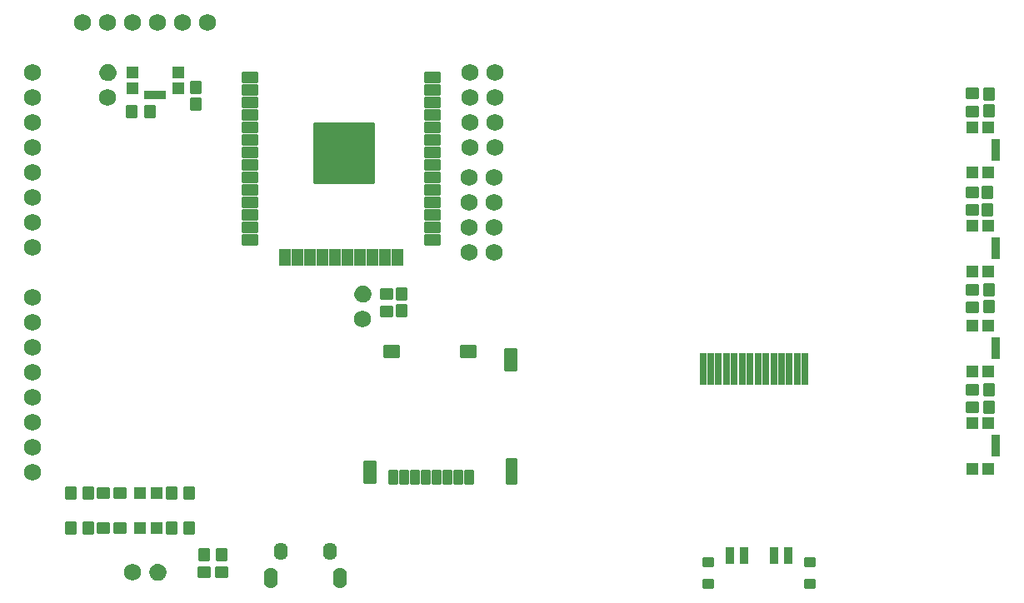
<source format=gts>
G04 Layer: TopSolderMaskLayer*
G04 EasyEDA v6.5.39, 2024-01-10 14:41:16*
G04 52a2ae1d1fff4fd0b89a8512cd0fdb0d,3d9c8b04885e45b7839bd8e85c0fd600,10*
G04 Gerber Generator version 0.2*
G04 Scale: 100 percent, Rotated: No, Reflected: No *
G04 Dimensions in millimeters *
G04 leading zeros omitted , absolute positions ,4 integer and 5 decimal *
%FSLAX45Y45*%
%MOMM*%

%AMMACRO1*1,1,$1,$2,$3*1,1,$1,$4,$5*1,1,$1,0-$2,0-$3*1,1,$1,0-$4,0-$5*20,1,$1,$2,$3,$4,$5,0*20,1,$1,$4,$5,0-$2,0-$3,0*20,1,$1,0-$2,0-$3,0-$4,0-$5,0*20,1,$1,0-$4,0-$5,$2,$3,0*4,1,4,$2,$3,$4,$5,0-$2,0-$3,0-$4,0-$5,$2,$3,0*%
%AMMACRO2*4,1,4,-0.3517,-1.6016,-0.3517,1.6016,0.3517,1.6016,0.3517,-1.6016,-0.3517,-1.6016,0*%
%AMMACRO3*4,1,4,-0.3515,-1.6016,-0.3515,1.6016,0.3515,1.6016,0.3515,-1.6016,-0.3515,-1.6016,0*%
%ADD10O,1.4030960000000001X1.8031968*%
%ADD11O,1.4030960000000001X2.1031962*%
%ADD12MACRO1,0.2032X0.5004X0.5499X0.5004X-0.5499*%
%ADD13MACRO1,0.2032X-0.5X0.55X0.5X0.55*%
%ADD14MACRO1,0.2032X-0.4953X0.5461X0.4953X0.5461*%
%ADD15MACRO2*%
%ADD16MACRO3*%
%ADD17R,1.2954X1.1938*%
%ADD18MACRO1,0.2032X0.5461X0.4953X0.5461X-0.4953*%
%ADD19C,1.7272*%
%ADD20MACRO1,0.2032X0.55X0.5X0.55X-0.5*%
%ADD21MACRO1,0.2032X-0.7506X0.5004X0.7506X0.5004*%
%ADD22R,1.2040X1.7043*%
%ADD23MACRO1,0.2032X-2.9997X2.9997X2.9997X2.9997*%
%ADD24MACRO1,0.2032X0.5X-0.55X-0.5X-0.55*%
%ADD25MACRO1,0.2032X0.4X-0.62X-0.4X-0.62*%
%ADD26MACRO1,0.2032X0.4X-0.6198X-0.4X-0.6198*%
%ADD27MACRO1,0.2032X0.475X-1.25X-0.475X-1.25*%
%ADD28MACRO1,0.2032X0.575X-1.1X-0.575X-1.1*%
%ADD29MACRO1,0.2032X0.75X-0.575X-0.75X-0.575*%
%ADD30R,0.9032X1.7032*%
%ADD31MACRO1,0.2032X0.5X-0.4X-0.5X-0.4*%
%ADD32MACRO1,0.2032X0.5X-0.5X-0.5X-0.5*%
%ADD33MACRO1,0.2032X1X-0.35X-1X-0.35*%
%ADD34MACRO1,0.2032X0.5X0.5X0.5X-0.5*%
%ADD35MACRO1,0.2032X0.35X1X0.35X-1*%
%ADD36C,0.0191*%

%LPD*%
D10*
G01*
X-918463Y-3673475D03*
G01*
X-1418336Y-3673475D03*
D11*
G01*
X-1518411Y-3941445D03*
G01*
X-818388Y-3941445D03*
D12*
G01*
X-2279980Y1043939D03*
G01*
X-2279980Y876300D03*
D13*
G01*
X-2750299Y800734D03*
G01*
X-2930309Y800734D03*
D14*
G01*
X-190500Y-1228090D03*
G01*
X-190500Y-1057910D03*
G01*
X5778500Y806450D03*
G01*
X5778500Y976629D03*
D15*
G01*
X2870898Y-1814360D03*
D16*
G01*
X2950895Y-1814360D03*
G01*
X3030905Y-1814360D03*
D15*
G01*
X3110903Y-1814360D03*
D16*
G01*
X3190900Y-1814360D03*
D15*
G01*
X3270897Y-1814360D03*
D16*
G01*
X3350895Y-1814360D03*
G01*
X3430904Y-1814360D03*
D15*
G01*
X3510902Y-1814360D03*
D16*
G01*
X3590899Y-1814360D03*
D15*
G01*
X3670896Y-1814360D03*
D16*
G01*
X3750894Y-1814360D03*
G01*
X3830904Y-1814360D03*
D15*
G01*
X3910901Y-1814360D03*
D17*
G01*
X-2680792Y-3439160D03*
G01*
X-2850972Y-3439160D03*
D18*
G01*
X-3219272Y-3439160D03*
G01*
X-3049092Y-3439160D03*
D19*
G01*
X-2667000Y1704339D03*
G01*
X-2413000Y1704339D03*
G01*
X-2159000Y1704339D03*
D20*
G01*
X-342900Y-1234122D03*
G01*
X-342900Y-1054112D03*
D18*
G01*
X-3219272Y-3083560D03*
G01*
X-3049092Y-3083560D03*
D17*
G01*
X-2680792Y-3083560D03*
G01*
X-2850972Y-3083560D03*
G36*
X-2671267Y-3969918D02*
G01*
X-2679877Y-3969080D01*
X-2688310Y-3967353D01*
X-2696540Y-3964813D01*
X-2704490Y-3961485D01*
X-2712034Y-3957345D01*
X-2719146Y-3952494D01*
X-2725724Y-3946982D01*
X-2731744Y-3940810D01*
X-2737129Y-3934079D01*
X-2741803Y-3926839D01*
X-2745714Y-3919194D01*
X-2748864Y-3911193D01*
X-2751201Y-3902887D01*
X-2752699Y-3894404D01*
X-2753334Y-3885819D01*
X-2753131Y-3877208D01*
X-2752039Y-3868648D01*
X-2750159Y-3860292D01*
X-2747416Y-3852113D01*
X-2743860Y-3844239D01*
X-2739542Y-3836771D01*
X-2734513Y-3829837D01*
X-2728848Y-3823335D01*
X-2722498Y-3817493D01*
X-2715666Y-3812286D01*
X-2708300Y-3807790D01*
X-2700528Y-3804081D01*
X-2692450Y-3801110D01*
X-2684094Y-3799001D01*
X-2675610Y-3797731D01*
X-2667000Y-3797274D01*
X-2658389Y-3797731D01*
X-2649905Y-3799001D01*
X-2641549Y-3801110D01*
X-2633471Y-3804081D01*
X-2625699Y-3807790D01*
X-2618333Y-3812286D01*
X-2611501Y-3817493D01*
X-2605151Y-3823335D01*
X-2599461Y-3829837D01*
X-2594457Y-3836771D01*
X-2590139Y-3844239D01*
X-2586583Y-3852113D01*
X-2583840Y-3860292D01*
X-2581960Y-3868648D01*
X-2580868Y-3877208D01*
X-2580665Y-3885819D01*
X-2581300Y-3894404D01*
X-2582798Y-3902887D01*
X-2585110Y-3911168D01*
X-2588260Y-3919194D01*
X-2592196Y-3926865D01*
X-2596870Y-3934079D01*
X-2602255Y-3940810D01*
X-2608249Y-3946982D01*
X-2614853Y-3952494D01*
X-2621965Y-3957345D01*
X-2629509Y-3961485D01*
X-2637459Y-3964813D01*
X-2645689Y-3967353D01*
X-2654122Y-3969080D01*
X-2662707Y-3969918D01*
G37*
D19*
G01*
X-2921000Y-3883660D03*
G01*
X762000Y434339D03*
G01*
X762000Y688339D03*
G01*
X762000Y942339D03*
G01*
X762000Y1196339D03*
G01*
X749300Y-632460D03*
G01*
X749300Y-378460D03*
G01*
X749300Y-124460D03*
G01*
X749300Y129539D03*
G01*
X495300Y-632460D03*
G01*
X495300Y-378460D03*
G01*
X495300Y-124460D03*
G01*
X495300Y129539D03*
G01*
X508000Y434339D03*
G01*
X508000Y688339D03*
G01*
X508000Y942339D03*
G01*
X508000Y1196339D03*
D21*
G01*
X-1729740Y761999D03*
G01*
X-1729740Y634999D03*
G01*
X-1729740Y507999D03*
G01*
X-1729740Y380999D03*
G01*
X-1729740Y253999D03*
G01*
X-1729740Y126999D03*
G01*
X-1729740Y-5D03*
G01*
X-1729740Y-127000D03*
D22*
G01*
X-231140Y-683260D03*
D21*
G01*
X119379Y-508000D03*
G01*
X119379Y-381000D03*
G01*
X119379Y-254000D03*
G01*
X119379Y-127000D03*
G01*
X119379Y-5D03*
G01*
X119379Y126999D03*
G01*
X119379Y253999D03*
D22*
G01*
X-1120140Y-683260D03*
D21*
G01*
X-1729740Y-254000D03*
G01*
X-1729740Y-381000D03*
G01*
X-1729740Y-508000D03*
D22*
G01*
X-1374140Y-683260D03*
G01*
X-1247140Y-683260D03*
D21*
G01*
X-1729740Y888999D03*
G01*
X-1729740Y1015999D03*
G01*
X-1729740Y1142999D03*
D22*
G01*
X-993140Y-683260D03*
G01*
X-866140Y-683260D03*
G01*
X-739140Y-683260D03*
G01*
X-358140Y-683260D03*
G01*
X-485140Y-683260D03*
G01*
X-612140Y-683260D03*
D21*
G01*
X119379Y380999D03*
G01*
X119379Y507999D03*
G01*
X119379Y634999D03*
G01*
X119379Y761999D03*
G01*
X119379Y888999D03*
G01*
X119379Y1015999D03*
G01*
X119379Y1142999D03*
D23*
G01*
X-774700Y370839D03*
D19*
G01*
X-3937000Y-581660D03*
G01*
X-3937000Y-327660D03*
G01*
X-3937000Y-73660D03*
G01*
X-3937000Y180339D03*
G01*
X-3937000Y434339D03*
G01*
X-3937000Y688339D03*
G01*
X-3937000Y942339D03*
G01*
X-3937000Y1196339D03*
G01*
X-3937000Y-1089660D03*
G01*
X-3937000Y-1343660D03*
G01*
X-3937000Y-1597660D03*
G01*
X-3937000Y-1851660D03*
G01*
X-3937000Y-2105660D03*
G01*
X-3937000Y-2359660D03*
G01*
X-3937000Y-2613660D03*
G01*
X-3937000Y-2867660D03*
G36*
X-3172840Y1110005D02*
G01*
X-3181451Y1110208D01*
X-3190011Y1111300D01*
X-3198368Y1113180D01*
X-3206546Y1115923D01*
X-3214420Y1119479D01*
X-3221888Y1123797D01*
X-3228822Y1128801D01*
X-3235325Y1134490D01*
X-3241167Y1140840D01*
X-3246373Y1147673D01*
X-3250869Y1155039D01*
X-3254578Y1162811D01*
X-3257550Y1170889D01*
X-3259658Y1179245D01*
X-3260928Y1187729D01*
X-3261385Y1196339D01*
X-3260928Y1204950D01*
X-3259658Y1213434D01*
X-3257550Y1221790D01*
X-3254578Y1229868D01*
X-3250869Y1237640D01*
X-3246373Y1245006D01*
X-3241167Y1251838D01*
X-3235325Y1258188D01*
X-3228822Y1263853D01*
X-3221888Y1268882D01*
X-3214420Y1273200D01*
X-3206546Y1276756D01*
X-3198368Y1279499D01*
X-3190011Y1281379D01*
X-3181451Y1282471D01*
X-3172840Y1282674D01*
X-3164255Y1282039D01*
X-3155772Y1280540D01*
X-3147466Y1278204D01*
X-3139465Y1275054D01*
X-3131820Y1271143D01*
X-3124580Y1266469D01*
X-3117850Y1261084D01*
X-3111677Y1255064D01*
X-3106165Y1248486D01*
X-3101314Y1241374D01*
X-3097174Y1233830D01*
X-3093846Y1225880D01*
X-3091306Y1217650D01*
X-3089579Y1209217D01*
X-3088741Y1200607D01*
X-3088741Y1192047D01*
X-3089579Y1183462D01*
X-3091306Y1175029D01*
X-3093846Y1166799D01*
X-3097174Y1158849D01*
X-3101314Y1151305D01*
X-3106165Y1144193D01*
X-3111677Y1137589D01*
X-3117850Y1131595D01*
X-3124580Y1126210D01*
X-3131794Y1121536D01*
X-3139465Y1117600D01*
X-3147491Y1114450D01*
X-3155772Y1112138D01*
X-3164255Y1110640D01*
G37*
G01*
X-3175000Y942339D03*
D18*
G01*
X-2193289Y-3883660D03*
G01*
X-2023110Y-3883660D03*
D24*
G01*
X-2525687Y-3439160D03*
G01*
X-2345677Y-3439160D03*
D13*
G01*
X-3374377Y-3439160D03*
G01*
X-3554387Y-3439160D03*
D19*
G01*
X-3429000Y1704339D03*
G01*
X-3175000Y1704339D03*
G01*
X-2921000Y1704339D03*
D25*
G01*
X495300Y-2918460D03*
G01*
X385300Y-2918460D03*
D26*
G01*
X275209Y-2918460D03*
D25*
G01*
X165300Y-2918460D03*
G01*
X55300Y-2918460D03*
G01*
X-54698Y-2918460D03*
G01*
X-164698Y-2918460D03*
G01*
X-274698Y-2918460D03*
D27*
G01*
X929800Y-2855459D03*
D28*
G01*
X-509198Y-2870461D03*
G01*
X919800Y-1722465D03*
D29*
G01*
X489299Y-1642962D03*
G01*
X-289700Y-1642962D03*
D30*
G01*
X3141700Y-3715765D03*
G01*
X3291687Y-3715765D03*
G01*
X3591686Y-3715765D03*
G01*
X3741699Y-3715765D03*
D31*
G01*
X2926689Y-3780759D03*
G01*
X2926689Y-4000759D03*
G01*
X3956687Y-4000759D03*
G01*
X3956687Y-3780759D03*
D20*
G01*
X5613400Y801535D03*
G01*
X5613400Y981544D03*
D14*
G01*
X5765800Y-196850D03*
G01*
X5765800Y-26670D03*
G01*
X5778500Y-1186352D03*
G01*
X5778500Y-1016172D03*
G01*
X5778500Y-2203450D03*
G01*
X5778500Y-2033270D03*
D20*
G01*
X5613400Y-201764D03*
G01*
X5613400Y-21755D03*
G01*
X5613400Y-1191267D03*
G01*
X5613400Y-1011257D03*
G01*
X5613400Y-2207267D03*
G01*
X5613400Y-2027257D03*
D32*
G01*
X-2462400Y1038235D03*
G01*
X-2922399Y1038235D03*
G01*
X-2462400Y1198234D03*
G01*
X-2922399Y1198234D03*
D33*
G01*
X-2692400Y965834D03*
D34*
G01*
X5771504Y638939D03*
G01*
X5771504Y178940D03*
G01*
X5611505Y638939D03*
G01*
X5611505Y178940D03*
D35*
G01*
X5843905Y408939D03*
D34*
G01*
X5771504Y-364360D03*
G01*
X5771504Y-824359D03*
G01*
X5611505Y-364360D03*
G01*
X5611505Y-824359D03*
D35*
G01*
X5843905Y-594360D03*
D34*
G01*
X5771504Y-1380360D03*
G01*
X5771504Y-1840359D03*
G01*
X5611505Y-1380360D03*
G01*
X5611505Y-1840359D03*
D35*
G01*
X5843905Y-1610360D03*
D34*
G01*
X5771504Y-2370960D03*
G01*
X5771504Y-2830959D03*
G01*
X5611505Y-2370960D03*
G01*
X5611505Y-2830959D03*
D35*
G01*
X5843905Y-2600960D03*
D13*
G01*
X-2018195Y-3705860D03*
G01*
X-2198204Y-3705860D03*
D24*
G01*
X-2525687Y-3083560D03*
G01*
X-2345677Y-3083560D03*
D13*
G01*
X-3374377Y-3083560D03*
G01*
X-3554387Y-3083560D03*
G36*
X-582040Y-1141552D02*
G01*
X-590651Y-1141348D01*
X-599211Y-1140256D01*
X-607568Y-1138377D01*
X-615746Y-1135634D01*
X-623620Y-1132078D01*
X-631088Y-1127760D01*
X-638022Y-1122756D01*
X-644525Y-1117066D01*
X-650366Y-1110716D01*
X-655574Y-1103884D01*
X-660069Y-1096518D01*
X-663778Y-1088745D01*
X-666750Y-1080668D01*
X-668858Y-1072311D01*
X-670128Y-1063828D01*
X-670585Y-1055217D01*
X-670128Y-1046606D01*
X-668858Y-1038123D01*
X-666750Y-1029766D01*
X-663778Y-1021689D01*
X-660069Y-1013917D01*
X-655574Y-1006551D01*
X-650366Y-999718D01*
X-644525Y-993368D01*
X-638022Y-987704D01*
X-631088Y-982675D01*
X-623620Y-978357D01*
X-615746Y-974801D01*
X-607568Y-972057D01*
X-599211Y-970178D01*
X-590651Y-969086D01*
X-582040Y-968882D01*
X-573455Y-969518D01*
X-564972Y-971016D01*
X-556666Y-973353D01*
X-548665Y-976503D01*
X-541020Y-980414D01*
X-533781Y-985088D01*
X-527050Y-990472D01*
X-520877Y-996492D01*
X-515365Y-1003071D01*
X-510514Y-1010183D01*
X-506374Y-1017727D01*
X-503047Y-1025677D01*
X-500506Y-1033906D01*
X-498779Y-1042339D01*
X-497941Y-1050950D01*
X-497941Y-1059510D01*
X-498779Y-1068095D01*
X-500506Y-1076528D01*
X-503047Y-1084757D01*
X-506374Y-1092707D01*
X-510514Y-1100251D01*
X-515365Y-1107363D01*
X-520877Y-1113967D01*
X-527050Y-1119962D01*
X-533781Y-1125347D01*
X-540994Y-1130020D01*
X-548665Y-1133957D01*
X-556691Y-1137107D01*
X-564972Y-1139418D01*
X-573455Y-1140917D01*
G37*
D19*
G01*
X-584200Y-1309217D03*
M02*

</source>
